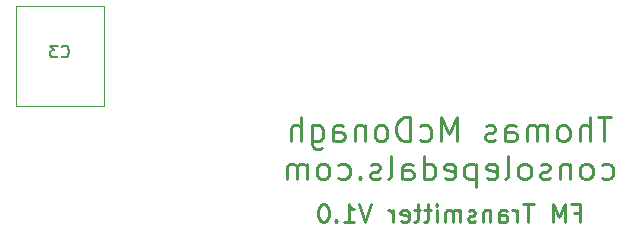
<source format=gbr>
G04 #@! TF.GenerationSoftware,KiCad,Pcbnew,(5.1.7)-1*
G04 #@! TF.CreationDate,2022-01-01T11:30:43-06:00*
G04 #@! TF.ProjectId,FmTransmitterCartridge,466d5472-616e-4736-9d69-747465724361,rev?*
G04 #@! TF.SameCoordinates,Original*
G04 #@! TF.FileFunction,Legend,Bot*
G04 #@! TF.FilePolarity,Positive*
%FSLAX46Y46*%
G04 Gerber Fmt 4.6, Leading zero omitted, Abs format (unit mm)*
G04 Created by KiCad (PCBNEW (5.1.7)-1) date 2022-01-01 11:30:43*
%MOMM*%
%LPD*%
G01*
G04 APERTURE LIST*
%ADD10C,0.250000*%
%ADD11C,0.120000*%
%ADD12C,0.150000*%
G04 APERTURE END LIST*
D10*
X143285714Y-121177857D02*
X143785714Y-121177857D01*
X143785714Y-121963571D02*
X143785714Y-120463571D01*
X143071428Y-120463571D01*
X142500000Y-121963571D02*
X142500000Y-120463571D01*
X142000000Y-121535000D01*
X141500000Y-120463571D01*
X141500000Y-121963571D01*
X139857142Y-120463571D02*
X139000000Y-120463571D01*
X139428571Y-121963571D02*
X139428571Y-120463571D01*
X138500000Y-121963571D02*
X138500000Y-120963571D01*
X138500000Y-121249285D02*
X138428571Y-121106428D01*
X138357142Y-121035000D01*
X138214285Y-120963571D01*
X138071428Y-120963571D01*
X136928571Y-121963571D02*
X136928571Y-121177857D01*
X137000000Y-121035000D01*
X137142857Y-120963571D01*
X137428571Y-120963571D01*
X137571428Y-121035000D01*
X136928571Y-121892142D02*
X137071428Y-121963571D01*
X137428571Y-121963571D01*
X137571428Y-121892142D01*
X137642857Y-121749285D01*
X137642857Y-121606428D01*
X137571428Y-121463571D01*
X137428571Y-121392142D01*
X137071428Y-121392142D01*
X136928571Y-121320714D01*
X136214285Y-120963571D02*
X136214285Y-121963571D01*
X136214285Y-121106428D02*
X136142857Y-121035000D01*
X136000000Y-120963571D01*
X135785714Y-120963571D01*
X135642857Y-121035000D01*
X135571428Y-121177857D01*
X135571428Y-121963571D01*
X134928571Y-121892142D02*
X134785714Y-121963571D01*
X134500000Y-121963571D01*
X134357142Y-121892142D01*
X134285714Y-121749285D01*
X134285714Y-121677857D01*
X134357142Y-121535000D01*
X134500000Y-121463571D01*
X134714285Y-121463571D01*
X134857142Y-121392142D01*
X134928571Y-121249285D01*
X134928571Y-121177857D01*
X134857142Y-121035000D01*
X134714285Y-120963571D01*
X134500000Y-120963571D01*
X134357142Y-121035000D01*
X133642857Y-121963571D02*
X133642857Y-120963571D01*
X133642857Y-121106428D02*
X133571428Y-121035000D01*
X133428571Y-120963571D01*
X133214285Y-120963571D01*
X133071428Y-121035000D01*
X133000000Y-121177857D01*
X133000000Y-121963571D01*
X133000000Y-121177857D02*
X132928571Y-121035000D01*
X132785714Y-120963571D01*
X132571428Y-120963571D01*
X132428571Y-121035000D01*
X132357142Y-121177857D01*
X132357142Y-121963571D01*
X131642857Y-121963571D02*
X131642857Y-120963571D01*
X131642857Y-120463571D02*
X131714285Y-120535000D01*
X131642857Y-120606428D01*
X131571428Y-120535000D01*
X131642857Y-120463571D01*
X131642857Y-120606428D01*
X131142857Y-120963571D02*
X130571428Y-120963571D01*
X130928571Y-120463571D02*
X130928571Y-121749285D01*
X130857142Y-121892142D01*
X130714285Y-121963571D01*
X130571428Y-121963571D01*
X130285714Y-120963571D02*
X129714285Y-120963571D01*
X130071428Y-120463571D02*
X130071428Y-121749285D01*
X130000000Y-121892142D01*
X129857142Y-121963571D01*
X129714285Y-121963571D01*
X128642857Y-121892142D02*
X128785714Y-121963571D01*
X129071428Y-121963571D01*
X129214285Y-121892142D01*
X129285714Y-121749285D01*
X129285714Y-121177857D01*
X129214285Y-121035000D01*
X129071428Y-120963571D01*
X128785714Y-120963571D01*
X128642857Y-121035000D01*
X128571428Y-121177857D01*
X128571428Y-121320714D01*
X129285714Y-121463571D01*
X127928571Y-121963571D02*
X127928571Y-120963571D01*
X127928571Y-121249285D02*
X127857142Y-121106428D01*
X127785714Y-121035000D01*
X127642857Y-120963571D01*
X127500000Y-120963571D01*
X126071428Y-120463571D02*
X125571428Y-121963571D01*
X125071428Y-120463571D01*
X123785714Y-121963571D02*
X124642857Y-121963571D01*
X124214285Y-121963571D02*
X124214285Y-120463571D01*
X124357142Y-120677857D01*
X124500000Y-120820714D01*
X124642857Y-120892142D01*
X123142857Y-121820714D02*
X123071428Y-121892142D01*
X123142857Y-121963571D01*
X123214285Y-121892142D01*
X123142857Y-121820714D01*
X123142857Y-121963571D01*
X122142857Y-120463571D02*
X122000000Y-120463571D01*
X121857142Y-120535000D01*
X121785714Y-120606428D01*
X121714285Y-120749285D01*
X121642857Y-121035000D01*
X121642857Y-121392142D01*
X121714285Y-121677857D01*
X121785714Y-121820714D01*
X121857142Y-121892142D01*
X122000000Y-121963571D01*
X122142857Y-121963571D01*
X122285714Y-121892142D01*
X122357142Y-121820714D01*
X122428571Y-121677857D01*
X122500000Y-121392142D01*
X122500000Y-121035000D01*
X122428571Y-120749285D01*
X122357142Y-120606428D01*
X122285714Y-120535000D01*
X122142857Y-120463571D01*
X146429285Y-113103761D02*
X145286428Y-113103761D01*
X145857857Y-115103761D02*
X145857857Y-113103761D01*
X144619761Y-115103761D02*
X144619761Y-113103761D01*
X143762619Y-115103761D02*
X143762619Y-114056142D01*
X143857857Y-113865666D01*
X144048333Y-113770428D01*
X144334047Y-113770428D01*
X144524523Y-113865666D01*
X144619761Y-113960904D01*
X142524523Y-115103761D02*
X142715000Y-115008523D01*
X142810238Y-114913285D01*
X142905476Y-114722809D01*
X142905476Y-114151380D01*
X142810238Y-113960904D01*
X142715000Y-113865666D01*
X142524523Y-113770428D01*
X142238809Y-113770428D01*
X142048333Y-113865666D01*
X141953095Y-113960904D01*
X141857857Y-114151380D01*
X141857857Y-114722809D01*
X141953095Y-114913285D01*
X142048333Y-115008523D01*
X142238809Y-115103761D01*
X142524523Y-115103761D01*
X141000714Y-115103761D02*
X141000714Y-113770428D01*
X141000714Y-113960904D02*
X140905476Y-113865666D01*
X140715000Y-113770428D01*
X140429285Y-113770428D01*
X140238809Y-113865666D01*
X140143571Y-114056142D01*
X140143571Y-115103761D01*
X140143571Y-114056142D02*
X140048333Y-113865666D01*
X139857857Y-113770428D01*
X139572142Y-113770428D01*
X139381666Y-113865666D01*
X139286428Y-114056142D01*
X139286428Y-115103761D01*
X137476904Y-115103761D02*
X137476904Y-114056142D01*
X137572142Y-113865666D01*
X137762619Y-113770428D01*
X138143571Y-113770428D01*
X138334047Y-113865666D01*
X137476904Y-115008523D02*
X137667380Y-115103761D01*
X138143571Y-115103761D01*
X138334047Y-115008523D01*
X138429285Y-114818047D01*
X138429285Y-114627571D01*
X138334047Y-114437095D01*
X138143571Y-114341857D01*
X137667380Y-114341857D01*
X137476904Y-114246619D01*
X136619761Y-115008523D02*
X136429285Y-115103761D01*
X136048333Y-115103761D01*
X135857857Y-115008523D01*
X135762619Y-114818047D01*
X135762619Y-114722809D01*
X135857857Y-114532333D01*
X136048333Y-114437095D01*
X136334047Y-114437095D01*
X136524523Y-114341857D01*
X136619761Y-114151380D01*
X136619761Y-114056142D01*
X136524523Y-113865666D01*
X136334047Y-113770428D01*
X136048333Y-113770428D01*
X135857857Y-113865666D01*
X133381666Y-115103761D02*
X133381666Y-113103761D01*
X132715000Y-114532333D01*
X132048333Y-113103761D01*
X132048333Y-115103761D01*
X130238809Y-115008523D02*
X130429285Y-115103761D01*
X130810238Y-115103761D01*
X131000714Y-115008523D01*
X131095952Y-114913285D01*
X131191190Y-114722809D01*
X131191190Y-114151380D01*
X131095952Y-113960904D01*
X131000714Y-113865666D01*
X130810238Y-113770428D01*
X130429285Y-113770428D01*
X130238809Y-113865666D01*
X129381666Y-115103761D02*
X129381666Y-113103761D01*
X128905476Y-113103761D01*
X128619761Y-113199000D01*
X128429285Y-113389476D01*
X128334047Y-113579952D01*
X128238809Y-113960904D01*
X128238809Y-114246619D01*
X128334047Y-114627571D01*
X128429285Y-114818047D01*
X128619761Y-115008523D01*
X128905476Y-115103761D01*
X129381666Y-115103761D01*
X127095952Y-115103761D02*
X127286428Y-115008523D01*
X127381666Y-114913285D01*
X127476904Y-114722809D01*
X127476904Y-114151380D01*
X127381666Y-113960904D01*
X127286428Y-113865666D01*
X127095952Y-113770428D01*
X126810238Y-113770428D01*
X126619761Y-113865666D01*
X126524523Y-113960904D01*
X126429285Y-114151380D01*
X126429285Y-114722809D01*
X126524523Y-114913285D01*
X126619761Y-115008523D01*
X126810238Y-115103761D01*
X127095952Y-115103761D01*
X125572142Y-113770428D02*
X125572142Y-115103761D01*
X125572142Y-113960904D02*
X125476904Y-113865666D01*
X125286428Y-113770428D01*
X125000714Y-113770428D01*
X124810238Y-113865666D01*
X124715000Y-114056142D01*
X124715000Y-115103761D01*
X122905476Y-115103761D02*
X122905476Y-114056142D01*
X123000714Y-113865666D01*
X123191190Y-113770428D01*
X123572142Y-113770428D01*
X123762619Y-113865666D01*
X122905476Y-115008523D02*
X123095952Y-115103761D01*
X123572142Y-115103761D01*
X123762619Y-115008523D01*
X123857857Y-114818047D01*
X123857857Y-114627571D01*
X123762619Y-114437095D01*
X123572142Y-114341857D01*
X123095952Y-114341857D01*
X122905476Y-114246619D01*
X121095952Y-113770428D02*
X121095952Y-115389476D01*
X121191190Y-115579952D01*
X121286428Y-115675190D01*
X121476904Y-115770428D01*
X121762619Y-115770428D01*
X121953095Y-115675190D01*
X121095952Y-115008523D02*
X121286428Y-115103761D01*
X121667380Y-115103761D01*
X121857857Y-115008523D01*
X121953095Y-114913285D01*
X122048333Y-114722809D01*
X122048333Y-114151380D01*
X121953095Y-113960904D01*
X121857857Y-113865666D01*
X121667380Y-113770428D01*
X121286428Y-113770428D01*
X121095952Y-113865666D01*
X120143571Y-115103761D02*
X120143571Y-113103761D01*
X119286428Y-115103761D02*
X119286428Y-114056142D01*
X119381666Y-113865666D01*
X119572142Y-113770428D01*
X119857857Y-113770428D01*
X120048333Y-113865666D01*
X120143571Y-113960904D01*
X145619761Y-118258523D02*
X145810238Y-118353761D01*
X146191190Y-118353761D01*
X146381666Y-118258523D01*
X146476904Y-118163285D01*
X146572142Y-117972809D01*
X146572142Y-117401380D01*
X146476904Y-117210904D01*
X146381666Y-117115666D01*
X146191190Y-117020428D01*
X145810238Y-117020428D01*
X145619761Y-117115666D01*
X144476904Y-118353761D02*
X144667380Y-118258523D01*
X144762619Y-118163285D01*
X144857857Y-117972809D01*
X144857857Y-117401380D01*
X144762619Y-117210904D01*
X144667380Y-117115666D01*
X144476904Y-117020428D01*
X144191190Y-117020428D01*
X144000714Y-117115666D01*
X143905476Y-117210904D01*
X143810238Y-117401380D01*
X143810238Y-117972809D01*
X143905476Y-118163285D01*
X144000714Y-118258523D01*
X144191190Y-118353761D01*
X144476904Y-118353761D01*
X142953095Y-117020428D02*
X142953095Y-118353761D01*
X142953095Y-117210904D02*
X142857857Y-117115666D01*
X142667380Y-117020428D01*
X142381666Y-117020428D01*
X142191190Y-117115666D01*
X142095952Y-117306142D01*
X142095952Y-118353761D01*
X141238809Y-118258523D02*
X141048333Y-118353761D01*
X140667380Y-118353761D01*
X140476904Y-118258523D01*
X140381666Y-118068047D01*
X140381666Y-117972809D01*
X140476904Y-117782333D01*
X140667380Y-117687095D01*
X140953095Y-117687095D01*
X141143571Y-117591857D01*
X141238809Y-117401380D01*
X141238809Y-117306142D01*
X141143571Y-117115666D01*
X140953095Y-117020428D01*
X140667380Y-117020428D01*
X140476904Y-117115666D01*
X139238809Y-118353761D02*
X139429285Y-118258523D01*
X139524523Y-118163285D01*
X139619761Y-117972809D01*
X139619761Y-117401380D01*
X139524523Y-117210904D01*
X139429285Y-117115666D01*
X139238809Y-117020428D01*
X138953095Y-117020428D01*
X138762619Y-117115666D01*
X138667380Y-117210904D01*
X138572142Y-117401380D01*
X138572142Y-117972809D01*
X138667380Y-118163285D01*
X138762619Y-118258523D01*
X138953095Y-118353761D01*
X139238809Y-118353761D01*
X137429285Y-118353761D02*
X137619761Y-118258523D01*
X137715000Y-118068047D01*
X137715000Y-116353761D01*
X135905476Y-118258523D02*
X136095952Y-118353761D01*
X136476904Y-118353761D01*
X136667380Y-118258523D01*
X136762619Y-118068047D01*
X136762619Y-117306142D01*
X136667380Y-117115666D01*
X136476904Y-117020428D01*
X136095952Y-117020428D01*
X135905476Y-117115666D01*
X135810238Y-117306142D01*
X135810238Y-117496619D01*
X136762619Y-117687095D01*
X134953095Y-117020428D02*
X134953095Y-119020428D01*
X134953095Y-117115666D02*
X134762619Y-117020428D01*
X134381666Y-117020428D01*
X134191190Y-117115666D01*
X134095952Y-117210904D01*
X134000714Y-117401380D01*
X134000714Y-117972809D01*
X134095952Y-118163285D01*
X134191190Y-118258523D01*
X134381666Y-118353761D01*
X134762619Y-118353761D01*
X134953095Y-118258523D01*
X132381666Y-118258523D02*
X132572142Y-118353761D01*
X132953095Y-118353761D01*
X133143571Y-118258523D01*
X133238809Y-118068047D01*
X133238809Y-117306142D01*
X133143571Y-117115666D01*
X132953095Y-117020428D01*
X132572142Y-117020428D01*
X132381666Y-117115666D01*
X132286428Y-117306142D01*
X132286428Y-117496619D01*
X133238809Y-117687095D01*
X130572142Y-118353761D02*
X130572142Y-116353761D01*
X130572142Y-118258523D02*
X130762619Y-118353761D01*
X131143571Y-118353761D01*
X131334047Y-118258523D01*
X131429285Y-118163285D01*
X131524523Y-117972809D01*
X131524523Y-117401380D01*
X131429285Y-117210904D01*
X131334047Y-117115666D01*
X131143571Y-117020428D01*
X130762619Y-117020428D01*
X130572142Y-117115666D01*
X128762619Y-118353761D02*
X128762619Y-117306142D01*
X128857857Y-117115666D01*
X129048333Y-117020428D01*
X129429285Y-117020428D01*
X129619761Y-117115666D01*
X128762619Y-118258523D02*
X128953095Y-118353761D01*
X129429285Y-118353761D01*
X129619761Y-118258523D01*
X129715000Y-118068047D01*
X129715000Y-117877571D01*
X129619761Y-117687095D01*
X129429285Y-117591857D01*
X128953095Y-117591857D01*
X128762619Y-117496619D01*
X127524523Y-118353761D02*
X127715000Y-118258523D01*
X127810238Y-118068047D01*
X127810238Y-116353761D01*
X126857857Y-118258523D02*
X126667380Y-118353761D01*
X126286428Y-118353761D01*
X126095952Y-118258523D01*
X126000714Y-118068047D01*
X126000714Y-117972809D01*
X126095952Y-117782333D01*
X126286428Y-117687095D01*
X126572142Y-117687095D01*
X126762619Y-117591857D01*
X126857857Y-117401380D01*
X126857857Y-117306142D01*
X126762619Y-117115666D01*
X126572142Y-117020428D01*
X126286428Y-117020428D01*
X126095952Y-117115666D01*
X125143571Y-118163285D02*
X125048333Y-118258523D01*
X125143571Y-118353761D01*
X125238809Y-118258523D01*
X125143571Y-118163285D01*
X125143571Y-118353761D01*
X123334047Y-118258523D02*
X123524523Y-118353761D01*
X123905476Y-118353761D01*
X124095952Y-118258523D01*
X124191190Y-118163285D01*
X124286428Y-117972809D01*
X124286428Y-117401380D01*
X124191190Y-117210904D01*
X124095952Y-117115666D01*
X123905476Y-117020428D01*
X123524523Y-117020428D01*
X123334047Y-117115666D01*
X122191190Y-118353761D02*
X122381666Y-118258523D01*
X122476904Y-118163285D01*
X122572142Y-117972809D01*
X122572142Y-117401380D01*
X122476904Y-117210904D01*
X122381666Y-117115666D01*
X122191190Y-117020428D01*
X121905476Y-117020428D01*
X121715000Y-117115666D01*
X121619761Y-117210904D01*
X121524523Y-117401380D01*
X121524523Y-117972809D01*
X121619761Y-118163285D01*
X121715000Y-118258523D01*
X121905476Y-118353761D01*
X122191190Y-118353761D01*
X120667380Y-118353761D02*
X120667380Y-117020428D01*
X120667380Y-117210904D02*
X120572142Y-117115666D01*
X120381666Y-117020428D01*
X120095952Y-117020428D01*
X119905476Y-117115666D01*
X119810238Y-117306142D01*
X119810238Y-118353761D01*
X119810238Y-117306142D02*
X119715000Y-117115666D01*
X119524523Y-117020428D01*
X119238809Y-117020428D01*
X119048333Y-117115666D01*
X118953095Y-117306142D01*
X118953095Y-118353761D01*
D11*
G04 #@! TO.C,C3*
X96015000Y-103659000D02*
X96015000Y-112149000D01*
X103455000Y-103659000D02*
X103455000Y-112149000D01*
X103455000Y-112149000D02*
X96015000Y-112149000D01*
X103455000Y-103659000D02*
X96015000Y-103659000D01*
D12*
X99901666Y-107926142D02*
X99949285Y-107973761D01*
X100092142Y-108021380D01*
X100187380Y-108021380D01*
X100330238Y-107973761D01*
X100425476Y-107878523D01*
X100473095Y-107783285D01*
X100520714Y-107592809D01*
X100520714Y-107449952D01*
X100473095Y-107259476D01*
X100425476Y-107164238D01*
X100330238Y-107069000D01*
X100187380Y-107021380D01*
X100092142Y-107021380D01*
X99949285Y-107069000D01*
X99901666Y-107116619D01*
X99568333Y-107021380D02*
X98949285Y-107021380D01*
X99282619Y-107402333D01*
X99139761Y-107402333D01*
X99044523Y-107449952D01*
X98996904Y-107497571D01*
X98949285Y-107592809D01*
X98949285Y-107830904D01*
X98996904Y-107926142D01*
X99044523Y-107973761D01*
X99139761Y-108021380D01*
X99425476Y-108021380D01*
X99520714Y-107973761D01*
X99568333Y-107926142D01*
G04 #@! TD*
M02*

</source>
